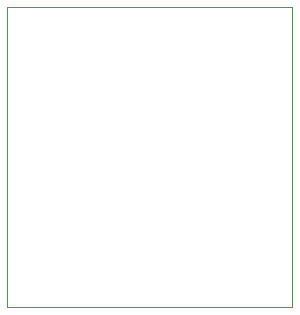
<source format=gbr>
%TF.GenerationSoftware,KiCad,Pcbnew,(5.1.6)-1*%
%TF.CreationDate,2022-06-01T16:51:11-04:00*%
%TF.ProjectId,JTAG_adapter_board,4a544147-5f61-4646-9170-7465725f626f,rev?*%
%TF.SameCoordinates,Original*%
%TF.FileFunction,Profile,NP*%
%FSLAX46Y46*%
G04 Gerber Fmt 4.6, Leading zero omitted, Abs format (unit mm)*
G04 Created by KiCad (PCBNEW (5.1.6)-1) date 2022-06-01 16:51:11*
%MOMM*%
%LPD*%
G01*
G04 APERTURE LIST*
%TA.AperFunction,Profile*%
%ADD10C,0.050000*%
%TD*%
G04 APERTURE END LIST*
D10*
X154305000Y-99695000D02*
X154305000Y-74295000D01*
X178435000Y-99695000D02*
X154305000Y-99695000D01*
X178435000Y-74295000D02*
X178435000Y-99695000D01*
X154305000Y-74295000D02*
X178435000Y-74295000D01*
M02*

</source>
